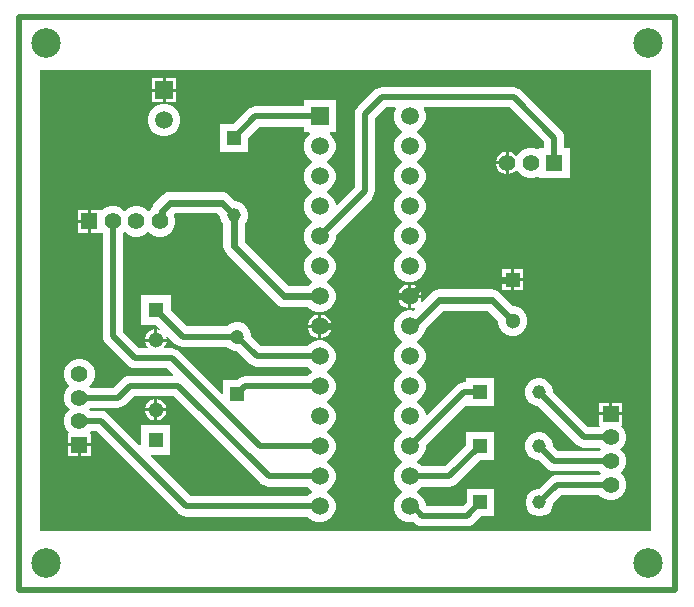
<source format=gbr>
G04*
G04 #@! TF.GenerationSoftware,Altium Limited,Altium Designer,22.4.2 (48)*
G04*
G04 Layer_Physical_Order=2*
G04 Layer_Color=16711680*
%FSLAX44Y44*%
%MOMM*%
G71*
G04*
G04 #@! TF.SameCoordinates,526C220A-A096-4E3C-8F2C-01EC2D9484EB*
G04*
G04*
G04 #@! TF.FilePolarity,Positive*
G04*
G01*
G75*
%ADD13C,0.6000*%
%ADD15C,1.3900*%
%ADD16R,1.3900X1.3900*%
%ADD17C,1.3000*%
%ADD18R,1.3000X1.3000*%
%ADD24R,1.1500X1.1500*%
%ADD25C,1.1500*%
%ADD28R,1.1500X1.1500*%
%ADD29R,1.3900X1.3900*%
%ADD31C,0.5000*%
%ADD32R,1.5000X1.5000*%
%ADD33C,1.5000*%
%ADD34C,1.2000*%
%ADD35R,1.2000X1.2000*%
%ADD36R,1.5000X1.5000*%
%ADD37C,2.5000*%
G36*
X537500Y52500D02*
X20000D01*
Y442500D01*
X537500D01*
Y52500D01*
D02*
G37*
%LPC*%
G36*
X135040Y435440D02*
X126270D01*
Y426670D01*
X135040D01*
Y435440D01*
D02*
G37*
G36*
X123730D02*
X114960D01*
Y426670D01*
X123730D01*
Y435440D01*
D02*
G37*
G36*
X135040Y424130D02*
X126270D01*
Y415360D01*
X135040D01*
Y424130D01*
D02*
G37*
G36*
X123730D02*
X114960D01*
Y415360D01*
X123730D01*
Y424130D01*
D02*
G37*
G36*
X126777Y413500D02*
X123223D01*
X119789Y412580D01*
X116711Y410803D01*
X114197Y408289D01*
X112420Y405211D01*
X111500Y401777D01*
Y398223D01*
X112420Y394789D01*
X114197Y391711D01*
X116711Y389198D01*
X119789Y387420D01*
X123223Y386500D01*
X126777D01*
X130211Y387420D01*
X133289Y389198D01*
X135802Y391711D01*
X137580Y394789D01*
X138500Y398223D01*
Y401777D01*
X137580Y405211D01*
X135802Y408289D01*
X133289Y410803D01*
X130211Y412580D01*
X126777Y413500D01*
D02*
G37*
G36*
X414090Y373214D02*
X411697Y372573D01*
X409533Y371324D01*
X407766Y369557D01*
X406517Y367393D01*
X405876Y365000D01*
X414090D01*
Y373214D01*
D02*
G37*
G36*
Y362460D02*
X405876D01*
X406517Y360067D01*
X407766Y357903D01*
X409533Y356136D01*
X411697Y354887D01*
X414090Y354246D01*
Y362460D01*
D02*
G37*
G36*
X421070Y427863D02*
X309000D01*
X306781Y427571D01*
X304713Y426715D01*
X302938Y425352D01*
X288714Y411128D01*
X287351Y409353D01*
X286495Y407285D01*
X286203Y405066D01*
Y343217D01*
X271237Y328252D01*
X270058Y328869D01*
X269190Y332111D01*
X267413Y335189D01*
X264899Y337703D01*
X262883Y338867D01*
Y340333D01*
X264899Y341497D01*
X267413Y344011D01*
X269190Y347089D01*
X270110Y350523D01*
Y354077D01*
X269190Y357511D01*
X267413Y360589D01*
X264899Y363103D01*
X262883Y364267D01*
Y365733D01*
X264899Y366897D01*
X267413Y369411D01*
X269190Y372489D01*
X270110Y375923D01*
Y379477D01*
X269190Y382911D01*
X267413Y385989D01*
X265072Y388330D01*
X265316Y389600D01*
X270110D01*
Y416600D01*
X243110D01*
Y411673D01*
X202220D01*
X200001Y411381D01*
X197933Y410525D01*
X196158Y409162D01*
X183845Y396850D01*
X172470D01*
Y373350D01*
X195970D01*
Y384725D01*
X205771Y394527D01*
X243110D01*
Y389600D01*
X247904D01*
X248148Y388330D01*
X245807Y385989D01*
X244030Y382911D01*
X243110Y379477D01*
Y375923D01*
X244030Y372489D01*
X245807Y369411D01*
X248321Y366897D01*
X250337Y365733D01*
Y364267D01*
X248321Y363103D01*
X245807Y360589D01*
X244030Y357511D01*
X243110Y354077D01*
Y350523D01*
X244030Y347089D01*
X245807Y344011D01*
X248321Y341497D01*
X250337Y340333D01*
Y338867D01*
X248321Y337703D01*
X245807Y335189D01*
X244030Y332111D01*
X243110Y328677D01*
Y325123D01*
X244030Y321689D01*
X245807Y318611D01*
X248321Y316097D01*
X250337Y314933D01*
Y313467D01*
X248321Y312303D01*
X245807Y309789D01*
X244030Y306711D01*
X243110Y303277D01*
Y299723D01*
X244030Y296289D01*
X245807Y293211D01*
X248321Y290697D01*
X250337Y289533D01*
Y288067D01*
X248321Y286903D01*
X245807Y284389D01*
X244030Y281311D01*
X243110Y277877D01*
Y274323D01*
X244030Y270889D01*
X245807Y267811D01*
X248321Y265297D01*
X250337Y264133D01*
Y262667D01*
X248321Y261503D01*
X246596Y259778D01*
X230560D01*
X193298Y297040D01*
Y311961D01*
X193622Y312285D01*
X195169Y314965D01*
X195970Y317953D01*
Y321047D01*
X195169Y324035D01*
X193622Y326715D01*
X191435Y328902D01*
X188755Y330449D01*
X185767Y331250D01*
X185308D01*
X180139Y336419D01*
X178259Y337862D01*
X176069Y338768D01*
X173720Y339078D01*
X130000D01*
X127650Y338768D01*
X125461Y337862D01*
X123581Y336419D01*
X116603Y329440D01*
X115160Y327560D01*
X114253Y325371D01*
X114195Y324930D01*
X113558Y324563D01*
X111510Y322514D01*
X109461Y324563D01*
X106508Y326268D01*
X103215Y327150D01*
X99805D01*
X96511Y326268D01*
X93559Y324563D01*
X91510Y322514D01*
X89461Y324563D01*
X86509Y326268D01*
X83215Y327150D01*
X79805D01*
X76512Y326268D01*
X73559Y324563D01*
X72270Y323274D01*
X71000Y323690D01*
Y323690D01*
X62780D01*
Y314200D01*
Y304710D01*
X71000D01*
Y304710D01*
X71891Y305002D01*
X72937Y304152D01*
Y217012D01*
X73229Y214793D01*
X74085Y212725D01*
X75448Y210950D01*
X94150Y192248D01*
X95925Y190885D01*
X97993Y190029D01*
X100212Y189737D01*
X127649D01*
X132639Y184747D01*
X132153Y183573D01*
X95734D01*
X95734Y183573D01*
X93515Y183281D01*
X91447Y182425D01*
X89672Y181062D01*
X82183Y173573D01*
X62991D01*
X61564Y175000D01*
X63612Y177048D01*
X65317Y180001D01*
X66200Y183295D01*
Y186705D01*
X65317Y189998D01*
X63612Y192951D01*
X61201Y195362D01*
X58248Y197067D01*
X54955Y197950D01*
X51545D01*
X48251Y197067D01*
X45299Y195362D01*
X42887Y192951D01*
X41182Y189998D01*
X40300Y186705D01*
Y183295D01*
X41182Y180001D01*
X42887Y177048D01*
X44936Y175000D01*
X42887Y172951D01*
X41182Y169998D01*
X40300Y166705D01*
Y163295D01*
X41182Y160001D01*
X42887Y157049D01*
X44936Y155000D01*
X42887Y152951D01*
X41182Y149999D01*
X40300Y146705D01*
Y143295D01*
X41182Y140001D01*
X42887Y137049D01*
X44176Y135760D01*
X43760Y134490D01*
X43760D01*
Y126270D01*
X53250D01*
X62740D01*
Y134490D01*
X62740D01*
X62448Y135381D01*
X63298Y136427D01*
X68183D01*
X137772Y66838D01*
X139547Y65475D01*
X141615Y64619D01*
X143834Y64327D01*
X246091D01*
X248321Y62097D01*
X251399Y60320D01*
X254833Y59400D01*
X258387D01*
X261821Y60320D01*
X264899Y62097D01*
X267413Y64611D01*
X269190Y67689D01*
X270110Y71123D01*
Y74677D01*
X269190Y78111D01*
X267413Y81189D01*
X264899Y83703D01*
X262883Y84867D01*
Y86333D01*
X264899Y87497D01*
X267413Y90011D01*
X269190Y93089D01*
X270110Y96523D01*
Y100077D01*
X269190Y103511D01*
X267413Y106589D01*
X264899Y109103D01*
X262883Y110267D01*
Y111733D01*
X264899Y112897D01*
X267413Y115411D01*
X269190Y118489D01*
X270110Y121923D01*
Y125477D01*
X269190Y128911D01*
X267413Y131989D01*
X264899Y134503D01*
X262883Y135667D01*
Y137133D01*
X264899Y138297D01*
X267413Y140811D01*
X269190Y143889D01*
X270110Y147323D01*
Y150877D01*
X269190Y154311D01*
X267413Y157389D01*
X264899Y159903D01*
X262883Y161067D01*
Y162533D01*
X264899Y163697D01*
X267413Y166211D01*
X269190Y169289D01*
X270110Y172723D01*
Y176277D01*
X269190Y179711D01*
X267413Y182789D01*
X264899Y185303D01*
X262883Y186467D01*
Y187933D01*
X264899Y189097D01*
X267413Y191611D01*
X269190Y194689D01*
X270110Y198123D01*
Y201677D01*
X269190Y205111D01*
X267413Y208189D01*
X264899Y210703D01*
X261821Y212480D01*
X258387Y213400D01*
X254833D01*
X251399Y212480D01*
X248321Y210703D01*
X246091Y208473D01*
X207091D01*
X198760Y216804D01*
Y218260D01*
X197942Y221312D01*
X196362Y224048D01*
X194128Y226282D01*
X191392Y227862D01*
X188340Y228680D01*
X185180D01*
X182128Y227862D01*
X179392Y226282D01*
X178363Y225253D01*
X144072D01*
X130500Y238825D01*
Y251700D01*
X105500D01*
Y226700D01*
X118376D01*
X121554Y223521D01*
X120897Y222383D01*
X119270Y222819D01*
Y215070D01*
X127019D01*
X126583Y216697D01*
X127722Y217354D01*
X134458Y210618D01*
X136234Y209255D01*
X138301Y208399D01*
X140520Y208106D01*
X178363D01*
X179392Y207077D01*
X182128Y205498D01*
X185180Y204680D01*
X186635D01*
X197477Y193838D01*
X199253Y192475D01*
X201321Y191619D01*
X203540Y191327D01*
X246091D01*
X248321Y189097D01*
X250337Y187933D01*
Y186467D01*
X248321Y185303D01*
X246091Y183073D01*
X193380D01*
X191161Y182781D01*
X189094Y181925D01*
X187318Y180562D01*
X186635Y179880D01*
X174760D01*
Y168534D01*
X173587Y168048D01*
X137262Y204372D01*
X135487Y205735D01*
X133419Y206591D01*
X131200Y206883D01*
X125527D01*
X125041Y208057D01*
X125234Y208249D01*
X126424Y210311D01*
X127019Y212530D01*
X118000D01*
X108982D01*
X109576Y210311D01*
X110766Y208249D01*
X110959Y208057D01*
X110473Y206883D01*
X103763D01*
X90083Y220563D01*
Y304459D01*
X91510Y305886D01*
X93559Y303838D01*
X96511Y302133D01*
X99805Y301250D01*
X103215D01*
X106508Y302133D01*
X109461Y303838D01*
X111510Y305886D01*
X113558Y303838D01*
X116511Y302133D01*
X119805Y301250D01*
X123215D01*
X126508Y302133D01*
X129461Y303838D01*
X131873Y306249D01*
X133577Y309202D01*
X134460Y312495D01*
Y315905D01*
X133577Y319198D01*
X133176Y319895D01*
X133967Y320922D01*
X169960D01*
X172470Y318412D01*
Y317953D01*
X173271Y314965D01*
X174818Y312285D01*
X175142Y311961D01*
Y293280D01*
X175452Y290931D01*
X176359Y288741D01*
X177801Y286861D01*
X220381Y244281D01*
X220381Y244281D01*
X222261Y242839D01*
X224450Y241932D01*
X226800Y241622D01*
X226800Y241622D01*
X246596D01*
X248321Y239897D01*
X251399Y238120D01*
X254833Y237200D01*
X258387D01*
X261821Y238120D01*
X264899Y239897D01*
X267413Y242411D01*
X269190Y245489D01*
X270110Y248923D01*
Y252477D01*
X269190Y255911D01*
X267413Y258989D01*
X264899Y261503D01*
X262883Y262667D01*
Y264133D01*
X264899Y265297D01*
X267413Y267811D01*
X269190Y270889D01*
X270110Y274323D01*
Y277877D01*
X269190Y281311D01*
X267413Y284389D01*
X264899Y286903D01*
X262883Y288067D01*
Y289533D01*
X264899Y290697D01*
X267413Y293211D01*
X269190Y296289D01*
X270110Y299723D01*
Y302875D01*
X300838Y333604D01*
X302201Y335379D01*
X303057Y337447D01*
X303349Y339666D01*
Y401515D01*
X312551Y410717D01*
X320349D01*
X320984Y409617D01*
X320230Y408311D01*
X319310Y404877D01*
Y401323D01*
X320230Y397889D01*
X322007Y394811D01*
X324521Y392297D01*
X326537Y391133D01*
Y389667D01*
X324521Y388503D01*
X322007Y385989D01*
X320230Y382911D01*
X319310Y379477D01*
Y375923D01*
X320230Y372489D01*
X322007Y369411D01*
X324521Y366897D01*
X326537Y365733D01*
Y364267D01*
X324521Y363103D01*
X322007Y360589D01*
X320230Y357511D01*
X319310Y354077D01*
Y350523D01*
X320230Y347089D01*
X322007Y344011D01*
X324521Y341497D01*
X326537Y340333D01*
Y338867D01*
X324521Y337703D01*
X322007Y335189D01*
X320230Y332111D01*
X319310Y328677D01*
Y325123D01*
X320230Y321689D01*
X322007Y318611D01*
X324521Y316097D01*
X326537Y314933D01*
Y313467D01*
X324521Y312303D01*
X322007Y309789D01*
X320230Y306711D01*
X319310Y303277D01*
Y299723D01*
X320230Y296289D01*
X322007Y293211D01*
X324521Y290697D01*
X326537Y289533D01*
Y288067D01*
X324521Y286903D01*
X322007Y284389D01*
X320230Y281311D01*
X319310Y277877D01*
Y274323D01*
X320230Y270889D01*
X322007Y267811D01*
X324521Y265297D01*
X327599Y263520D01*
X331033Y262600D01*
X334587D01*
X338021Y263520D01*
X341099Y265297D01*
X343613Y267811D01*
X345390Y270889D01*
X346310Y274323D01*
Y277877D01*
X345390Y281311D01*
X343613Y284389D01*
X341099Y286903D01*
X339083Y288067D01*
Y289533D01*
X341099Y290697D01*
X343613Y293211D01*
X345390Y296289D01*
X346310Y299723D01*
Y303277D01*
X345390Y306711D01*
X343613Y309789D01*
X341099Y312303D01*
X339083Y313467D01*
Y314933D01*
X341099Y316097D01*
X343613Y318611D01*
X345390Y321689D01*
X346310Y325123D01*
Y328677D01*
X345390Y332111D01*
X343613Y335189D01*
X341099Y337703D01*
X339083Y338867D01*
Y340333D01*
X341099Y341497D01*
X343613Y344011D01*
X345390Y347089D01*
X346310Y350523D01*
Y354077D01*
X345390Y357511D01*
X343613Y360589D01*
X341099Y363103D01*
X339083Y364267D01*
Y365733D01*
X341099Y366897D01*
X343613Y369411D01*
X345390Y372489D01*
X346310Y375923D01*
Y379477D01*
X345390Y382911D01*
X343613Y385989D01*
X341099Y388503D01*
X339083Y389667D01*
Y391133D01*
X341099Y392297D01*
X343613Y394811D01*
X345390Y397889D01*
X346310Y401323D01*
Y404877D01*
X345390Y408311D01*
X344636Y409617D01*
X345271Y410717D01*
X417519D01*
X446786Y381449D01*
Y376680D01*
X442410D01*
Y375883D01*
X441310Y375248D01*
X440358Y375798D01*
X437065Y376680D01*
X433655D01*
X430361Y375798D01*
X427408Y374093D01*
X424997Y371682D01*
X424035Y370014D01*
X422542Y369969D01*
X421187Y371324D01*
X419023Y372573D01*
X416630Y373214D01*
Y363730D01*
Y354246D01*
X419023Y354887D01*
X421187Y356136D01*
X422542Y357491D01*
X424035Y357446D01*
X424997Y355779D01*
X427408Y353368D01*
X430361Y351663D01*
X433655Y350780D01*
X437065D01*
X440358Y351663D01*
X441310Y352212D01*
X442410Y351577D01*
Y350780D01*
X468310D01*
Y376680D01*
X463933D01*
Y385000D01*
X463641Y387219D01*
X462785Y389287D01*
X461422Y391062D01*
X427132Y425352D01*
X425357Y426715D01*
X423289Y427571D01*
X421070Y427863D01*
D02*
G37*
G36*
X60240Y323690D02*
X52020D01*
Y315470D01*
X60240D01*
Y323690D01*
D02*
G37*
G36*
Y312930D02*
X52020D01*
Y304710D01*
X60240D01*
Y312930D01*
D02*
G37*
G36*
X429040Y274040D02*
X421270D01*
Y266270D01*
X429040D01*
Y274040D01*
D02*
G37*
G36*
X418730D02*
X410960D01*
Y266270D01*
X418730D01*
Y274040D01*
D02*
G37*
G36*
X429040Y263730D02*
X421270D01*
Y255960D01*
X429040D01*
Y263730D01*
D02*
G37*
G36*
X418730D02*
X410960D01*
Y255960D01*
X418730D01*
Y263730D01*
D02*
G37*
G36*
X334132Y260740D02*
X334080D01*
Y251970D01*
X342850D01*
Y252022D01*
X342166Y254575D01*
X340844Y256865D01*
X338975Y258734D01*
X336685Y260056D01*
X334132Y260740D01*
D02*
G37*
G36*
X331540D02*
X331488D01*
X328935Y260056D01*
X326645Y258734D01*
X324776Y256865D01*
X323454Y254575D01*
X322770Y252022D01*
Y251970D01*
X331540D01*
Y260740D01*
D02*
G37*
G36*
X357500Y256578D02*
X355150Y256268D01*
X352961Y255361D01*
X351081Y253919D01*
X343148Y245985D01*
X342131Y246765D01*
X342166Y246825D01*
X342850Y249378D01*
Y249430D01*
X334080D01*
Y240660D01*
X334132D01*
X336685Y241344D01*
X336745Y241379D01*
X337525Y240362D01*
X335672Y238509D01*
X334587Y238800D01*
X331033D01*
X327599Y237880D01*
X324521Y236103D01*
X322007Y233589D01*
X320230Y230511D01*
X319310Y227077D01*
Y223523D01*
X320230Y220089D01*
X322007Y217011D01*
X324521Y214497D01*
X326537Y213333D01*
Y211867D01*
X324521Y210703D01*
X322007Y208189D01*
X320230Y205111D01*
X319310Y201677D01*
Y198123D01*
X320230Y194689D01*
X322007Y191611D01*
X324521Y189097D01*
X326537Y187933D01*
Y186467D01*
X324521Y185303D01*
X322007Y182789D01*
X320230Y179711D01*
X319310Y176277D01*
Y172723D01*
X320230Y169289D01*
X322007Y166211D01*
X324521Y163697D01*
X326537Y162533D01*
Y161067D01*
X324521Y159903D01*
X322007Y157389D01*
X320230Y154311D01*
X319310Y150877D01*
Y147323D01*
X320230Y143889D01*
X322007Y140811D01*
X324521Y138297D01*
X326537Y137133D01*
Y135667D01*
X324521Y134503D01*
X322007Y131989D01*
X320230Y128911D01*
X319310Y125477D01*
Y121923D01*
X320230Y118489D01*
X322007Y115411D01*
X324521Y112897D01*
X326537Y111733D01*
Y110267D01*
X324521Y109103D01*
X322007Y106589D01*
X320230Y103511D01*
X319310Y100077D01*
Y96523D01*
X320230Y93089D01*
X322007Y90011D01*
X324521Y87497D01*
X326537Y86333D01*
Y84867D01*
X324521Y83703D01*
X322007Y81189D01*
X320230Y78111D01*
X319310Y74677D01*
Y71123D01*
X320230Y67689D01*
X322007Y64611D01*
X324521Y62097D01*
X327599Y60320D01*
X331033Y59400D01*
X334587D01*
X336265Y59850D01*
X337177Y58938D01*
X338952Y57575D01*
X341020Y56719D01*
X343239Y56427D01*
X381500D01*
X383719Y56719D01*
X385787Y57575D01*
X387562Y58938D01*
X393124Y64500D01*
X404500D01*
Y88000D01*
X381000D01*
Y76624D01*
X377949Y73573D01*
X346790D01*
X346310Y74054D01*
Y74677D01*
X345390Y78111D01*
X343613Y81189D01*
X341099Y83703D01*
X339083Y84867D01*
Y86333D01*
X341099Y87497D01*
X343328Y89727D01*
X366550D01*
X368769Y90019D01*
X370837Y90875D01*
X372613Y92238D01*
X392625Y112250D01*
X404000D01*
Y135750D01*
X380500D01*
Y124374D01*
X362999Y106873D01*
X343328D01*
X341099Y109103D01*
X339083Y110267D01*
Y111733D01*
X341099Y112897D01*
X343613Y115411D01*
X345390Y118489D01*
X346310Y121923D01*
Y125076D01*
X379428Y158194D01*
X380500Y157750D01*
Y157750D01*
X404000D01*
Y181250D01*
X380500D01*
Y178073D01*
X378610D01*
X376391Y177781D01*
X374323Y176924D01*
X372547Y175562D01*
X347437Y150452D01*
X346259Y151069D01*
X345390Y154311D01*
X343613Y157389D01*
X341099Y159903D01*
X339083Y161067D01*
Y162533D01*
X341099Y163697D01*
X343613Y166211D01*
X345390Y169289D01*
X346310Y172723D01*
Y176277D01*
X345390Y179711D01*
X343613Y182789D01*
X341099Y185303D01*
X339083Y186467D01*
Y187933D01*
X341099Y189097D01*
X343613Y191611D01*
X345390Y194689D01*
X346310Y198123D01*
Y201677D01*
X345390Y205111D01*
X343613Y208189D01*
X341099Y210703D01*
X339083Y211867D01*
Y213333D01*
X341099Y214497D01*
X343613Y217011D01*
X345390Y220089D01*
X346291Y223454D01*
X361260Y238422D01*
X398740D01*
X407500Y229662D01*
Y228354D01*
X408352Y225175D01*
X409998Y222325D01*
X412325Y219998D01*
X415175Y218352D01*
X418354Y217500D01*
X421646D01*
X424825Y218352D01*
X427675Y219998D01*
X430003Y222325D01*
X431648Y225175D01*
X432500Y228354D01*
Y231646D01*
X431648Y234825D01*
X430003Y237675D01*
X427675Y240002D01*
X424825Y241648D01*
X421646Y242500D01*
X420338D01*
X408919Y253919D01*
X407039Y255361D01*
X404850Y256268D01*
X402500Y256578D01*
X357500D01*
X357500Y256578D01*
D02*
G37*
G36*
X331540Y249430D02*
X322770D01*
Y249378D01*
X323454Y246825D01*
X324776Y244535D01*
X326645Y242666D01*
X328935Y241344D01*
X331488Y240660D01*
X331540D01*
Y249430D01*
D02*
G37*
G36*
X257932Y235340D02*
X257880D01*
Y226570D01*
X266650D01*
Y226622D01*
X265966Y229175D01*
X264644Y231465D01*
X262775Y233334D01*
X260485Y234656D01*
X257932Y235340D01*
D02*
G37*
G36*
X255340D02*
X255288D01*
X252735Y234656D01*
X250445Y233334D01*
X248576Y231465D01*
X247254Y229175D01*
X246570Y226622D01*
Y226570D01*
X255340D01*
Y235340D01*
D02*
G37*
G36*
X266650Y224030D02*
X257880D01*
Y215260D01*
X257932D01*
X260485Y215944D01*
X262775Y217266D01*
X264644Y219135D01*
X265966Y221425D01*
X266650Y223978D01*
Y224030D01*
D02*
G37*
G36*
X255340D02*
X246570D01*
Y223978D01*
X247254Y221425D01*
X248576Y219135D01*
X250445Y217266D01*
X252735Y215944D01*
X255288Y215260D01*
X255340D01*
Y224030D01*
D02*
G37*
G36*
X116730Y222819D02*
X114511Y222224D01*
X112449Y221034D01*
X110766Y219351D01*
X109576Y217289D01*
X108982Y215070D01*
X116730D01*
Y222819D01*
D02*
G37*
G36*
X512480Y160810D02*
X504260D01*
Y152590D01*
X512480D01*
Y160810D01*
D02*
G37*
G36*
X501720D02*
X493500D01*
Y152590D01*
X501720D01*
Y160810D01*
D02*
G37*
G36*
X443797Y181250D02*
X440703D01*
X437715Y180449D01*
X435035Y178902D01*
X432848Y176714D01*
X431301Y174035D01*
X430500Y171047D01*
Y167953D01*
X431301Y164965D01*
X432848Y162285D01*
X435035Y160097D01*
X437715Y158551D01*
X440703Y157750D01*
X441875D01*
X474367Y125258D01*
X476143Y123895D01*
X478211Y123039D01*
X480430Y122747D01*
X493249D01*
X494676Y121320D01*
X493249Y119893D01*
X458481D01*
X454000Y124374D01*
Y125547D01*
X453199Y128535D01*
X451652Y131214D01*
X449465Y133402D01*
X446785Y134949D01*
X443797Y135750D01*
X440703D01*
X437715Y134949D01*
X435035Y133402D01*
X432848Y131214D01*
X431301Y128535D01*
X430500Y125547D01*
Y122453D01*
X431301Y119464D01*
X432848Y116785D01*
X435035Y114597D01*
X437715Y113050D01*
X440703Y112250D01*
X441875D01*
X448867Y105258D01*
X450643Y103895D01*
X452711Y103039D01*
X454930Y102747D01*
X493249D01*
X494676Y101320D01*
X493249Y99894D01*
X457820D01*
X455601Y99601D01*
X453533Y98745D01*
X451758Y97382D01*
X442375Y88000D01*
X441203D01*
X438214Y87199D01*
X435535Y85652D01*
X433347Y83464D01*
X431800Y80785D01*
X431000Y77797D01*
Y74703D01*
X431800Y71715D01*
X433347Y69035D01*
X435535Y66847D01*
X438214Y65300D01*
X441203Y64500D01*
X444297D01*
X447285Y65300D01*
X449964Y66847D01*
X452152Y69035D01*
X453699Y71715D01*
X454500Y74703D01*
Y75875D01*
X461371Y82747D01*
X493249D01*
X495038Y80957D01*
X497991Y79253D01*
X501285Y78370D01*
X504695D01*
X507989Y79253D01*
X510941Y80957D01*
X513353Y83369D01*
X515057Y86322D01*
X515940Y89615D01*
Y93025D01*
X515057Y96319D01*
X513353Y99272D01*
X511304Y101320D01*
X513353Y103369D01*
X515057Y106322D01*
X515940Y109615D01*
Y113025D01*
X515057Y116319D01*
X513353Y119271D01*
X511304Y121320D01*
X513353Y123369D01*
X515057Y126321D01*
X515940Y129615D01*
Y133025D01*
X515057Y136319D01*
X513353Y139271D01*
X512064Y140560D01*
X512480Y141830D01*
X512480D01*
Y150050D01*
X502990D01*
X493500D01*
Y141830D01*
X493500D01*
X493792Y140939D01*
X492942Y139893D01*
X483981D01*
X454000Y169874D01*
Y171047D01*
X453199Y174035D01*
X451652Y176714D01*
X449465Y178902D01*
X446785Y180449D01*
X443797Y181250D01*
D02*
G37*
G36*
X62740Y123730D02*
X54520D01*
Y115510D01*
X62740D01*
Y123730D01*
D02*
G37*
G36*
X51980D02*
X43760D01*
Y115510D01*
X51980D01*
Y123730D01*
D02*
G37*
%LPD*%
G36*
X207368Y92238D02*
X209143Y90875D01*
X211211Y90019D01*
X213430Y89727D01*
X246091D01*
X248321Y87497D01*
X250337Y86333D01*
Y84867D01*
X248321Y83703D01*
X246091Y81473D01*
X147385D01*
X113232Y115627D01*
X113718Y116800D01*
X130250D01*
Y141800D01*
X105250D01*
Y125268D01*
X104077Y124782D01*
X77796Y151062D01*
X76021Y152425D01*
X73953Y153281D01*
X71734Y153573D01*
X62991D01*
X61564Y155000D01*
X62991Y156427D01*
X85734D01*
X87953Y156719D01*
X90021Y157575D01*
X91796Y158938D01*
X99285Y166427D01*
X133179D01*
X207368Y92238D01*
D02*
G37*
%LPC*%
G36*
X119020Y163719D02*
Y155970D01*
X126769D01*
X126174Y158189D01*
X124984Y160251D01*
X123301Y161934D01*
X121240Y163124D01*
X119020Y163719D01*
D02*
G37*
G36*
X116480D02*
X114261Y163124D01*
X112199Y161934D01*
X110516Y160251D01*
X109326Y158189D01*
X108732Y155970D01*
X116480D01*
Y163719D01*
D02*
G37*
G36*
X126769Y153430D02*
X119020D01*
Y145682D01*
X121240Y146276D01*
X123301Y147466D01*
X124984Y149150D01*
X126174Y151211D01*
X126769Y153430D01*
D02*
G37*
G36*
X116480D02*
X108732D01*
X109326Y151211D01*
X110516Y149150D01*
X112199Y147466D01*
X114261Y146276D01*
X116480Y145682D01*
Y153430D01*
D02*
G37*
%LPD*%
D13*
X402500Y247500D02*
X420000Y230000D01*
X347110Y265000D02*
X420000D01*
X332810Y250700D02*
X347110Y265000D01*
X357500Y247500D02*
X402500D01*
X339722Y229722D02*
X357500Y247500D01*
X339668Y229722D02*
X339722D01*
X335245Y225300D02*
X339668Y229722D01*
X332810Y225300D02*
X335245D01*
X256610D02*
X282800D01*
X308200Y250700D02*
X332810D01*
X282800Y225300D02*
X308200Y250700D01*
X121510Y314200D02*
X123021Y315712D01*
Y323022D01*
X130000Y330000D01*
X173720D01*
X184220Y319500D01*
Y293280D02*
Y319500D01*
X226800Y250700D02*
X256610D01*
X184220Y293280D02*
X226800Y250700D01*
D15*
X53250Y185000D02*
D03*
Y165000D02*
D03*
Y145000D02*
D03*
X502990Y91320D02*
D03*
Y111320D02*
D03*
Y131320D02*
D03*
X121510Y314200D02*
D03*
X101510D02*
D03*
X81510D02*
D03*
X415360Y363730D02*
D03*
X435360D02*
D03*
D16*
X53250Y125000D02*
D03*
X502990Y151320D02*
D03*
D17*
X420000Y230000D02*
D03*
X117750Y154700D02*
D03*
X118000Y213800D02*
D03*
D18*
X420000Y265000D02*
D03*
X117750Y129300D02*
D03*
X118000Y239200D02*
D03*
D24*
X392750Y76250D02*
D03*
X392250Y169500D02*
D03*
Y124000D02*
D03*
D25*
X442750Y76250D02*
D03*
X184220Y319500D02*
D03*
X442250Y169500D02*
D03*
Y124000D02*
D03*
D28*
X184220Y385100D02*
D03*
D29*
X61510Y314200D02*
D03*
X455360Y363730D02*
D03*
D31*
X53250Y145000D02*
X71734D01*
X53250Y165000D02*
X85734D01*
X213430Y98300D02*
X256610D01*
X136730Y175000D02*
X213430Y98300D01*
X95734Y175000D02*
X136730D01*
X85734Y165000D02*
X95734Y175000D01*
X143834Y72900D02*
X256610D01*
X71734Y145000D02*
X143834Y72900D01*
X381500Y65000D02*
X392750Y76250D01*
X335339Y72900D02*
X343239Y65000D01*
X381500D01*
X332810Y72900D02*
X335339D01*
X202220Y403100D02*
X256610D01*
X184220Y385100D02*
X202220Y403100D01*
X140520Y216680D02*
X186760D01*
X118000Y239200D02*
X140520Y216680D01*
X203540Y199900D02*
X256610D01*
X186760Y216680D02*
X203540Y199900D01*
X193380Y174500D02*
X256610D01*
X186760Y167880D02*
X193380Y174500D01*
X457820Y91320D02*
X502990D01*
X442750Y76250D02*
X457820Y91320D01*
X454930Y111320D02*
X502990D01*
X442250Y124000D02*
X454930Y111320D01*
X332810Y123700D02*
X378610Y169500D01*
X392250D01*
X81510Y217012D02*
Y314200D01*
Y217012D02*
X100212Y198310D01*
X131200D01*
X205810Y123700D01*
X256610D01*
X442250Y169500D02*
X480430Y131320D01*
X502990D01*
X332810Y98300D02*
X366550D01*
X392250Y124000D01*
X455360Y363730D02*
Y385000D01*
X421070Y419290D02*
X455360Y385000D01*
X309000Y419290D02*
X421070D01*
X294776Y405066D02*
X309000Y419290D01*
X294776Y339666D02*
Y405066D01*
X256610Y301500D02*
X294776Y339666D01*
X2500Y487500D02*
X557500D01*
Y2500D02*
Y487500D01*
X2500Y2500D02*
X557500D01*
X2500D02*
Y487500D01*
D32*
X125000Y425400D02*
D03*
D33*
Y400000D02*
D03*
X256610Y377700D02*
D03*
Y352300D02*
D03*
Y326900D02*
D03*
Y301500D02*
D03*
Y276100D02*
D03*
Y250700D02*
D03*
Y225300D02*
D03*
Y199900D02*
D03*
Y174500D02*
D03*
Y149100D02*
D03*
Y123700D02*
D03*
Y98300D02*
D03*
Y72900D02*
D03*
X332810Y403100D02*
D03*
Y377700D02*
D03*
Y352300D02*
D03*
Y326900D02*
D03*
Y301500D02*
D03*
Y276100D02*
D03*
Y250700D02*
D03*
Y225300D02*
D03*
Y199900D02*
D03*
Y174500D02*
D03*
Y149100D02*
D03*
Y123700D02*
D03*
Y98300D02*
D03*
Y72900D02*
D03*
D34*
X186760Y216680D02*
D03*
D35*
Y167880D02*
D03*
D36*
X256610Y403100D02*
D03*
D37*
X25000Y465000D02*
D03*
X535000Y25000D02*
D03*
X25000D02*
D03*
X535000Y465000D02*
D03*
M02*

</source>
